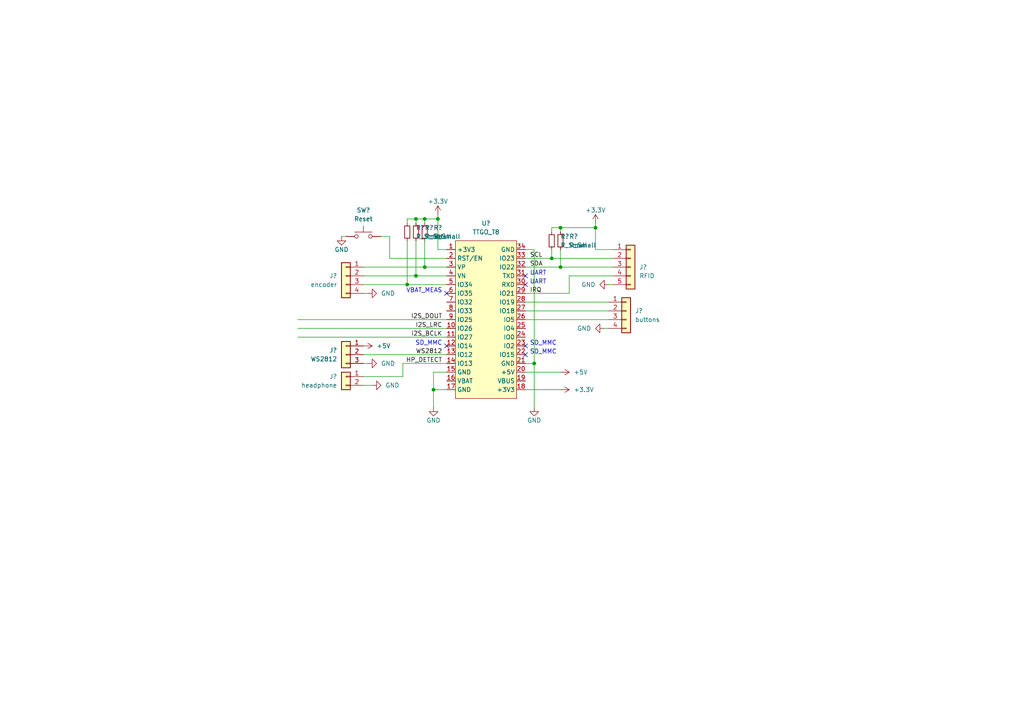
<source format=kicad_sch>
(kicad_sch (version 20211123) (generator eeschema)
  (paper "A4")
  (lib_symbols
    (symbol "Connector_Generic:Conn_01x02" (pin_names (offset 1.016) hide)
      (property "Reference" "J" (at 0 2.54 0))
      (property "Value" "Conn_01x02" (at 0 -5.08 0))
      (symbol "Conn_01x02_1_1"
        (rectangle (start -1.27 -2.413) (end 0 -2.667) (stroke (width 0.1524)))
        (rectangle (start -1.27 0.127) (end 0 -0.127) (stroke (width 0.1524)))
        (rectangle (start -1.27 1.27) (end 1.27 -3.81) (stroke (width 0.254)) (fill (type background)))
        (pin passive line (at -5.08 0 0) (length 3.81) (name "Pin_1") (number "1"))
        (pin passive line (at -5.08 -2.54 0) (length 3.81) (name "Pin_2") (number "2"))
      )
    )
    (symbol "Connector_Generic:Conn_01x03" (pin_names (offset 1.016) hide)
      (property "Reference" "J" (at 0 5.08 0))
      (property "Value" "Conn_01x03" (at 0 -5.08 0))
      (symbol "Conn_01x03_1_1"
        (rectangle (start -1.27 -2.413) (end 0 -2.667) (stroke (width 0.1524)))
        (rectangle (start -1.27 0.127) (end 0 -0.127) (stroke (width 0.1524)))
        (rectangle (start -1.27 2.667) (end 0 2.413) (stroke (width 0.1524)))
        (rectangle (start -1.27 3.81) (end 1.27 -3.81) (stroke (width 0.254)) (fill (type background)))
        (pin passive line (at -5.08 2.54 0) (length 3.81) (name "Pin_1") (number "1"))
        (pin passive line (at -5.08 0 0) (length 3.81) (name "Pin_2") (number "2"))
        (pin passive line (at -5.08 -2.54 0) (length 3.81) (name "Pin_3") (number "3"))
      )
    )
    (symbol "Connector_Generic:Conn_01x04" (pin_names (offset 1.016) hide)
      (property "Reference" "J" (at 0 5.08 0))
      (property "Value" "Conn_01x04" (at 0 -7.62 0))
      (symbol "Conn_01x04_1_1"
        (rectangle (start -1.27 -4.953) (end 0 -5.207) (stroke (width 0.1524)))
        (rectangle (start -1.27 -2.413) (end 0 -2.667) (stroke (width 0.1524)))
        (rectangle (start -1.27 0.127) (end 0 -0.127) (stroke (width 0.1524)))
        (rectangle (start -1.27 2.667) (end 0 2.413) (stroke (width 0.1524)))
        (rectangle (start -1.27 3.81) (end 1.27 -6.35) (stroke (width 0.254)) (fill (type background)))
        (pin passive line (at -5.08 2.54 0) (length 3.81) (name "Pin_1") (number "1"))
        (pin passive line (at -5.08 0 0) (length 3.81) (name "Pin_2") (number "2"))
        (pin passive line (at -5.08 -2.54 0) (length 3.81) (name "Pin_3") (number "3"))
        (pin passive line (at -5.08 -5.08 0) (length 3.81) (name "Pin_4") (number "4"))
      )
    )
    (symbol "Connector_Generic:Conn_01x05" (pin_names (offset 1.016) hide)
      (property "Reference" "J" (at 0 7.62 0))
      (property "Value" "Conn_01x05" (at 0 -7.62 0))
      (symbol "Conn_01x05_1_1"
        (rectangle (start -1.27 -4.953) (end 0 -5.207) (stroke (width 0.1524)))
        (rectangle (start -1.27 -2.413) (end 0 -2.667) (stroke (width 0.1524)))
        (rectangle (start -1.27 0.127) (end 0 -0.127) (stroke (width 0.1524)))
        (rectangle (start -1.27 2.667) (end 0 2.413) (stroke (width 0.1524)))
        (rectangle (start -1.27 5.207) (end 0 4.953) (stroke (width 0.1524)))
        (rectangle (start -1.27 6.35) (end 1.27 -6.35) (stroke (width 0.254)) (fill (type background)))
        (pin passive line (at -5.08 5.08 0) (length 3.81) (name "Pin_1") (number "1"))
        (pin passive line (at -5.08 2.54 0) (length 3.81) (name "Pin_2") (number "2"))
        (pin passive line (at -5.08 0 0) (length 3.81) (name "Pin_3") (number "3"))
        (pin passive line (at -5.08 -2.54 0) (length 3.81) (name "Pin_4") (number "4"))
        (pin passive line (at -5.08 -5.08 0) (length 3.81) (name "Pin_5") (number "5"))
      )
    )
    (symbol "Device:R_Small" (pin_numbers hide) (pin_names (offset 0.254) hide)
      (property "Reference" "R" (at 0.762 0.508 0))
      (property "Value" "R_Small" (at 0.762 -1.016 0))
      (symbol "R_Small_0_1"
        (rectangle (start -0.762 1.778) (end 0.762 -1.778) (stroke (width 0.2032)))
      )
      (symbol "R_Small_1_1"
        (pin passive line (at 0 2.54 270) (length 0.762) (name "~") (number "1"))
        (pin passive line (at 0 -2.54 90) (length 0.762) (name "~") (number "2"))
      )
    )
    (symbol "Switch:SW_Push" (pin_numbers hide) (pin_names (offset 1.016) hide)
      (property "Reference" "SW" (at 1.27 2.54 0))
      (property "Value" "SW_Push" (at 0 -1.524 0))
      (symbol "SW_Push_0_1"
        (circle (center -2.032 0) (radius 0.508))
        (polyline (pts (xy 0 1.27) (xy 0 3.048)))
        (polyline (pts (xy 2.54 1.27) (xy -2.54 1.27)))
        (circle (center 2.032 0) (radius 0.508))
        (pin passive line (at -5.08 0 0) (length 2.54) (name "1") (number "1"))
        (pin passive line (at 5.08 0 180) (length 2.54) (name "2") (number "2"))
      )
    )
    (symbol "modules:TTGO_T8"
      (property "Reference" "U" (at 0 19.05 0))
      (property "Value" "TTGO_T8" (at 0 -29.21 0))
      (symbol "TTGO_T8_0_1"
        (rectangle (start -8.89 17.78) (end 8.89 -27.94) (fill (type background)))
      )
      (symbol "TTGO_T8_1_1"
        (pin input line (at -11.43 15.24 0) (length 2.54) (name "+3V3") (number "1"))
        (pin input line (at -11.43 -7.62 0) (length 2.54) (name "IO26") (number "10"))
        (pin input line (at -11.43 -10.16 0) (length 2.54) (name "IO27") (number "11"))
        (pin input line (at -11.43 -12.7 0) (length 2.54) (name "IO14") (number "12"))
        (pin input line (at -11.43 -15.24 0) (length 2.54) (name "IO12") (number "13"))
        (pin input line (at -11.43 -17.78 0) (length 2.54) (name "IO13") (number "14"))
        (pin input line (at -11.43 -20.32 0) (length 2.54) (name "GND") (number "15"))
        (pin input line (at -11.43 -22.86 0) (length 2.54) (name "VBAT") (number "16"))
        (pin input line (at -11.43 -25.4 0) (length 2.54) (name "GND") (number "17"))
        (pin input line (at 11.43 -25.4 180) (length 2.54) (name "+3V3") (number "18"))
        (pin input line (at 11.43 -22.86 180) (length 2.54) (name "VBUS") (number "19"))
        (pin input line (at -11.43 12.7 0) (length 2.54) (name "RST/EN") (number "2"))
        (pin input line (at 11.43 -20.32 180) (length 2.54) (name "+5V") (number "20"))
        (pin input line (at 11.43 -17.78 180) (length 2.54) (name "GND") (number "21"))
        (pin input line (at 11.43 -15.24 180) (length 2.54) (name "IO15") (number "22"))
        (pin input line (at 11.43 -12.7 180) (length 2.54) (name "IO2") (number "23"))
        (pin input line (at 11.43 -10.16 180) (length 2.54) (name "IO0") (number "24"))
        (pin input line (at 11.43 -7.62 180) (length 2.54) (name "IO4") (number "25"))
        (pin input line (at 11.43 -5.08 180) (length 2.54) (name "IO5") (number "26"))
        (pin input line (at 11.43 -2.54 180) (length 2.54) (name "IO18") (number "27"))
        (pin input line (at 11.43 0 180) (length 2.54) (name "IO19") (number "28"))
        (pin input line (at 11.43 2.54 180) (length 2.54) (name "IO21") (number "29"))
        (pin input line (at -11.43 10.16 0) (length 2.54) (name "VP") (number "3"))
        (pin input line (at 11.43 5.08 180) (length 2.54) (name "RXD") (number "30"))
        (pin input line (at 11.43 7.62 180) (length 2.54) (name "TXD") (number "31"))
        (pin input line (at 11.43 10.16 180) (length 2.54) (name "IO22") (number "32"))
        (pin input line (at 11.43 12.7 180) (length 2.54) (name "IO23") (number "33"))
        (pin input line (at 11.43 15.24 180) (length 2.54) (name "GND") (number "34"))
        (pin input line (at -11.43 7.62 0) (length 2.54) (name "VN") (number "4"))
        (pin input line (at -11.43 5.08 0) (length 2.54) (name "IO34") (number "5"))
        (pin input line (at -11.43 2.54 0) (length 2.54) (name "IO35") (number "6"))
        (pin input line (at -11.43 0 0) (length 2.54) (name "IO32") (number "7"))
        (pin input line (at -11.43 -2.54 0) (length 2.54) (name "IO33") (number "8"))
        (pin input line (at -11.43 -5.08 0) (length 2.54) (name "IO25") (number "9"))
      )
    )
    (symbol "power:+3.3V" (power) (pin_names (offset 0))
      (property "Value" "+3.3V" (at 0 3.556 0))
      (symbol "+3.3V_0_1"
        (polyline (pts (xy -0.762 1.27) (xy 0 2.54)))
        (polyline (pts (xy 0 0) (xy 0 2.54)))
        (polyline (pts (xy 0 2.54) (xy 0.762 1.27)))
      )
      (symbol "+3.3V_1_1"
        (pin power_in line (at 0 0 90) (length 0) hide (name "+3.3V") (number "1"))
      )
    )
    (symbol "power:+5V" (power) (pin_names (offset 0))
      (property "Value" "+5V" (at 0 3.556 0))
      (symbol "+5V_0_1"
        (polyline (pts (xy -0.762 1.27) (xy 0 2.54)))
        (polyline (pts (xy 0 0) (xy 0 2.54)))
        (polyline (pts (xy 0 2.54) (xy 0.762 1.27)))
      )
      (symbol "+5V_1_1"
        (pin power_in line (at 0 0 90) (length 0) hide (name "+5V") (number "1"))
      )
    )
    (symbol "power:GND" (power) (pin_names (offset 0))
      (property "Value" "GND" (at 0 -3.81 0))
      (symbol "GND_0_1"
        (polyline (pts (xy 0 0) (xy 0 -1.27) (xy 1.27 -1.27) (xy 0 -2.54) (xy -1.27 -1.27) (xy 0 -1.27)))
      )
      (symbol "GND_1_1"
        (pin power_in line (at 0 0 270) (length 0) hide (name "GND") (number "1"))
      )
    )
  )
  (junction (at 123.19 63.5))
  (junction (at 160.02 74.93))
  (junction (at 120.65 80.01))
  (junction (at 162.56 77.47))
  (junction (at 162.56 66.04))
  (junction (at 123.19 77.47))
  (junction (at 172.72 66.04))
  (junction (at 127 63.5))
  (junction (at 125.73 113.03))
  (junction (at 154.94 105.41))
  (junction (at 120.65 63.5))
  (junction (at 118.11 82.55))
  (no_connect (at 129.54 85.09))
  (no_connect (at 152.4 80.01))
  (no_connect (at 152.4 102.87))
  (no_connect (at 129.54 100.33))
  (no_connect (at 152.4 82.55))
  (no_connect (at 152.4 100.33))
  (wire (pts (xy 152.4 77.47) (xy 162.56 77.47)))
  (wire (pts (xy 152.4 107.95) (xy 162.56 107.95)))
  (wire (pts (xy 125.73 107.95) (xy 125.73 113.03)))
  (wire (pts (xy 127 63.5) (xy 127 62.23)))
  (wire (pts (xy 116.84 105.41) (xy 129.54 105.41)))
  (wire (pts (xy 105.41 105.41) (xy 106.68 105.41)))
  (wire (pts (xy 172.72 66.04) (xy 172.72 72.39)))
  (wire (pts (xy 152.4 113.03) (xy 162.56 113.03)))
  (wire (pts (xy 105.41 77.47) (xy 123.19 77.47)))
  (wire (pts (xy 160.02 72.39) (xy 160.02 74.93)))
  (wire (pts (xy 129.54 80.01) (xy 120.65 80.01)))
  (wire (pts (xy 86.36 95.25) (xy 129.54 95.25)))
  (wire (pts (xy 172.72 64.77) (xy 172.72 66.04)))
  (wire (pts (xy 118.11 63.5) (xy 118.11 64.77)))
  (wire (pts (xy 118.11 82.55) (xy 129.54 82.55)))
  (wire (pts (xy 123.19 63.5) (xy 120.65 63.5)))
  (wire (pts (xy 86.36 92.71) (xy 129.54 92.71)))
  (wire (pts (xy 152.4 85.09) (xy 165.1 85.09)))
  (wire (pts (xy 105.41 82.55) (xy 118.11 82.55)))
  (wire (pts (xy 129.54 113.03) (xy 125.73 113.03)))
  (wire (pts (xy 86.36 97.79) (xy 129.54 97.79)))
  (wire (pts (xy 105.41 85.09) (xy 106.68 85.09)))
  (wire (pts (xy 127 63.5) (xy 123.19 63.5)))
  (wire (pts (xy 120.65 80.01) (xy 120.65 69.85)))
  (wire (pts (xy 120.65 63.5) (xy 118.11 63.5)))
  (wire (pts (xy 162.56 72.39) (xy 162.56 77.47)))
  (wire (pts (xy 105.41 80.01) (xy 120.65 80.01)))
  (wire (pts (xy 129.54 74.93) (xy 113.03 74.93)))
  (wire (pts (xy 100.33 68.58) (xy 99.06 68.58)))
  (wire (pts (xy 176.53 92.71) (xy 152.4 92.71)))
  (wire (pts (xy 172.72 72.39) (xy 177.8 72.39)))
  (wire (pts (xy 123.19 77.47) (xy 123.19 69.85)))
  (wire (pts (xy 123.19 63.5) (xy 123.19 64.77)))
  (wire (pts (xy 105.41 109.22) (xy 116.84 109.22)))
  (wire (pts (xy 116.84 109.22) (xy 116.84 105.41)))
  (wire (pts (xy 129.54 72.39) (xy 127 72.39)))
  (wire (pts (xy 118.11 69.85) (xy 118.11 82.55)))
  (wire (pts (xy 176.53 87.63) (xy 152.4 87.63)))
  (wire (pts (xy 162.56 66.04) (xy 160.02 66.04)))
  (wire (pts (xy 176.53 95.25) (xy 175.26 95.25)))
  (wire (pts (xy 105.41 111.76) (xy 107.95 111.76)))
  (wire (pts (xy 176.53 90.17) (xy 152.4 90.17)))
  (wire (pts (xy 120.65 63.5) (xy 120.65 64.77)))
  (wire (pts (xy 165.1 80.01) (xy 177.8 80.01)))
  (wire (pts (xy 113.03 74.93) (xy 113.03 68.58)))
  (wire (pts (xy 152.4 74.93) (xy 160.02 74.93)))
  (wire (pts (xy 129.54 77.47) (xy 123.19 77.47)))
  (wire (pts (xy 110.49 68.58) (xy 113.03 68.58)))
  (wire (pts (xy 162.56 77.47) (xy 177.8 77.47)))
  (wire (pts (xy 105.41 102.87) (xy 129.54 102.87)))
  (wire (pts (xy 154.94 105.41) (xy 154.94 118.11)))
  (wire (pts (xy 177.8 82.55) (xy 176.53 82.55)))
  (wire (pts (xy 129.54 107.95) (xy 125.73 107.95)))
  (wire (pts (xy 125.73 113.03) (xy 125.73 118.11)))
  (wire (pts (xy 152.4 105.41) (xy 154.94 105.41)))
  (wire (pts (xy 172.72 66.04) (xy 162.56 66.04)))
  (wire (pts (xy 160.02 74.93) (xy 177.8 74.93)))
  (wire (pts (xy 165.1 80.01) (xy 165.1 85.09)))
  (wire (pts (xy 160.02 66.04) (xy 160.02 67.31)))
  (wire (pts (xy 154.94 72.39) (xy 154.94 105.41)))
  (wire (pts (xy 162.56 66.04) (xy 162.56 67.31)))
  (wire (pts (xy 127 72.39) (xy 127 63.5)))
  (wire (pts (xy 152.4 72.39) (xy 154.94 72.39)))
  (text "SD_MMC" (at 128.27 100.33 180) (effects (font (size 1.27 1.27)) (justify right bottom)))
  (text "UART" (at 153.67 80.01 0) (effects (font (size 1.27 1.27)) (justify left bottom)))
  (text "UART" (at 153.67 82.55 0) (effects (font (size 1.27 1.27)) (justify left bottom)))
  (text "SD_MMC" (at 153.67 100.33 0) (effects (font (size 1.27 1.27)) (justify left bottom)))
  (text "VBAT_MEAS" (at 128.27 85.09 180) (effects (font (size 1.27 1.27)) (justify right bottom)))
  (text "SD_MMC" (at 153.67 102.87 0) (effects (font (size 1.27 1.27)) (justify left bottom)))
  (label "I2S_DOUT" (at 128.27 92.71 180))
  (label "SDA" (at 153.67 77.47 0))
  (label "IRQ" (at 153.67 85.09 0))
  (label "SCL" (at 153.67 74.93 0))
  (label "I2S_LRC" (at 128.27 95.25 180))
  (label "I2S_BCLK" (at 128.27 97.79 180))
  (label "HP_DETECT" (at 128.27 105.41 180))
  (label "WS2812" (at 128.27 102.87 180))
  (symbol (lib_id "power:GND") (at 106.68 105.41 90) (unit 1)
    (property "Reference" "#PWR?" (effects hide))
    (property "Value" "GND" (at 110.49 105.4099 90) (effects (justify right)))
  )
  (symbol (lib_id "Device:R_Small") (at 160.02 69.85 0) (unit 1)
    (property "Reference" "R?" (at 162.56 68.5799 0) (effects (justify left)))
    (property "Value" "R_Small" (at 162.56 71.1199 0) (effects (justify left)))
  )
  (symbol (lib_id "Switch:SW_Push") (at 105.41 68.58 0) (unit 1)
    (property "Reference" "SW?" (at 105.41 60.96 0))
    (property "Value" "Reset" (at 105.41 63.5 0))
  )
  (symbol (lib_id "power:GND") (at 99.06 68.58 0) (unit 1)
    (property "Reference" "#PWR?" (effects hide))
    (property "Value" "GND" (at 99.06 72.39 0))
  )
  (symbol (lib_id "Connector_Generic:Conn_01x02") (at 100.33 109.22 0) (mirror y) (unit 1)
    (property "Reference" "J?" (at 97.79 109.2199 0) (effects (justify left)))
    (property "Value" "headphone" (at 97.79 111.7599 0) (effects (justify left)))
  )
  (symbol (lib_id "Device:R_Small") (at 120.65 67.31 0) (unit 1)
    (property "Reference" "R?" (at 123.19 66.0399 0) (effects (justify left)))
    (property "Value" "R_Small" (at 123.19 68.5799 0) (effects (justify left)))
  )
  (symbol (lib_id "power:GND") (at 106.68 85.09 90) (unit 1)
    (property "Reference" "#PWR?" (effects hide))
    (property "Value" "GND" (at 110.49 85.0899 90) (effects (justify right)))
  )
  (symbol (lib_id "Connector_Generic:Conn_01x04") (at 181.61 90.17 0) (unit 1)
    (property "Reference" "J?" (at 184.15 90.1699 0) (effects (justify left)))
    (property "Value" "buttons" (at 184.15 92.7099 0) (effects (justify left)))
  )
  (symbol (lib_id "power:+3.3V") (at 162.56 113.03 270) (unit 1)
    (property "Reference" "#PWR?" (effects hide))
    (property "Value" "+3.3V" (at 166.37 113.0299 90) (effects (justify left)))
  )
  (symbol (lib_id "Connector_Generic:Conn_01x03") (at 100.33 102.87 0) (mirror y) (unit 1)
    (property "Reference" "J?" (at 97.79 101.5999 0) (effects (justify left)))
    (property "Value" "WS2812" (at 97.79 104.1399 0) (effects (justify left)))
  )
  (symbol (lib_id "power:GND") (at 154.94 118.11 0) (unit 1)
    (property "Reference" "#PWR?" (effects hide))
    (property "Value" "GND" (at 154.94 121.92 0))
  )
  (symbol (lib_id "power:+5V") (at 162.56 107.95 270) (unit 1)
    (property "Reference" "#PWR?" (effects hide))
    (property "Value" "+5V" (at 166.37 107.9499 90) (effects (justify left)))
  )
  (symbol (lib_id "power:GND") (at 125.73 118.11 0) (unit 1)
    (property "Reference" "#PWR?" (effects hide))
    (property "Value" "GND" (at 125.73 121.92 0))
  )
  (symbol (lib_id "Connector_Generic:Conn_01x05") (at 182.88 77.47 0) (unit 1)
    (property "Reference" "J?" (at 185.42 77.4699 0) (effects (justify left)))
    (property "Value" "RFID" (at 185.42 80.0099 0) (effects (justify left)))
  )
  (symbol (lib_id "Device:R_Small") (at 162.56 69.85 0) (unit 1)
    (property "Reference" "R?" (at 165.1 68.5799 0) (effects (justify left)))
    (property "Value" "R_Small" (at 165.1 71.1199 0) (effects (justify left)))
  )
  (symbol (lib_id "power:GND") (at 107.95 111.76 90) (unit 1)
    (property "Reference" "#PWR?" (effects hide))
    (property "Value" "GND" (at 111.76 111.7599 90) (effects (justify right)))
  )
  (symbol (lib_id "modules:TTGO_T8") (at 140.97 87.63 0) (unit 1)
    (property "Reference" "U?" (at 140.97 64.77 0))
    (property "Value" "TTGO_T8" (at 140.97 67.31 0))
  )
  (symbol (lib_id "Device:R_Small") (at 123.19 67.31 0) (unit 1)
    (property "Reference" "R?" (at 125.73 66.0399 0) (effects (justify left)))
    (property "Value" "R_Small" (at 125.73 68.5799 0) (effects (justify left)))
  )
  (symbol (lib_id "power:GND") (at 175.26 95.25 270) (mirror x) (unit 1)
    (property "Reference" "#PWR?" (effects hide))
    (property "Value" "GND" (at 171.45 95.2499 90) (effects (justify right)))
  )
  (symbol (lib_id "Device:R_Small") (at 118.11 67.31 0) (unit 1)
    (property "Reference" "R?" (at 120.65 66.0399 0) (effects (justify left)))
    (property "Value" "R_Small" (at 120.65 68.5799 0) (effects (justify left)))
  )
  (symbol (lib_id "Connector_Generic:Conn_01x04") (at 100.33 80.01 0) (mirror y) (unit 1)
    (property "Reference" "J?" (at 97.79 80.0099 0) (effects (justify left)))
    (property "Value" "encoder" (at 97.79 82.5499 0) (effects (justify left)))
  )
  (symbol (lib_id "power:+3.3V") (at 127 62.23 0) (unit 1)
    (property "Reference" "#PWR?" (effects hide))
    (property "Value" "+3.3V" (at 127 58.42 0))
  )
  (symbol (lib_id "power:GND") (at 176.53 82.55 270) (unit 1)
    (property "Reference" "#PWR?" (effects hide))
    (property "Value" "GND" (at 172.72 82.5499 90) (effects (justify right)))
  )
  (symbol (lib_id "power:+3.3V") (at 172.72 64.77 0) (unit 1)
    (property "Reference" "#PWR?" (effects hide))
    (property "Value" "+3.3V" (at 172.72 60.96 0))
  )
  (symbol (lib_id "power:+5V") (at 105.41 100.33 270) (unit 1)
    (property "Reference" "#PWR?" (effects hide))
    (property "Value" "+5V" (at 109.22 100.3299 90) (effects (justify left)))
  )
)
</source>
